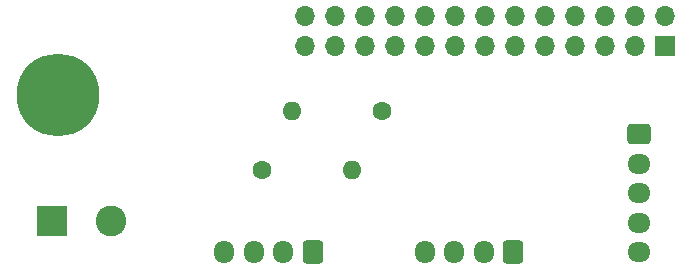
<source format=gbr>
G04 #@! TF.GenerationSoftware,KiCad,Pcbnew,(6.0.5)*
G04 #@! TF.CreationDate,2023-02-01T20:45:18-08:00*
G04 #@! TF.ProjectId,imac_g3_slot_loading_J22_adapter_board,696d6163-5f67-4335-9f73-6c6f745f6c6f,2*
G04 #@! TF.SameCoordinates,Original*
G04 #@! TF.FileFunction,Soldermask,Top*
G04 #@! TF.FilePolarity,Negative*
%FSLAX46Y46*%
G04 Gerber Fmt 4.6, Leading zero omitted, Abs format (unit mm)*
G04 Created by KiCad (PCBNEW (6.0.5)) date 2023-02-01 20:45:18*
%MOMM*%
%LPD*%
G01*
G04 APERTURE LIST*
G04 Aperture macros list*
%AMRoundRect*
0 Rectangle with rounded corners*
0 $1 Rounding radius*
0 $2 $3 $4 $5 $6 $7 $8 $9 X,Y pos of 4 corners*
0 Add a 4 corners polygon primitive as box body*
4,1,4,$2,$3,$4,$5,$6,$7,$8,$9,$2,$3,0*
0 Add four circle primitives for the rounded corners*
1,1,$1+$1,$2,$3*
1,1,$1+$1,$4,$5*
1,1,$1+$1,$6,$7*
1,1,$1+$1,$8,$9*
0 Add four rect primitives between the rounded corners*
20,1,$1+$1,$2,$3,$4,$5,0*
20,1,$1+$1,$4,$5,$6,$7,0*
20,1,$1+$1,$6,$7,$8,$9,0*
20,1,$1+$1,$8,$9,$2,$3,0*%
G04 Aperture macros list end*
%ADD10O,1.600000X1.600000*%
%ADD11C,1.600000*%
%ADD12O,1.950000X1.700000*%
%ADD13RoundRect,0.250000X-0.725000X0.600000X-0.725000X-0.600000X0.725000X-0.600000X0.725000X0.600000X0*%
%ADD14R,1.700000X1.700000*%
%ADD15O,1.700000X1.700000*%
%ADD16O,1.700000X1.950000*%
%ADD17RoundRect,0.250000X0.600000X0.725000X-0.600000X0.725000X-0.600000X-0.725000X0.600000X-0.725000X0*%
%ADD18C,2.600000*%
%ADD19R,2.600000X2.600000*%
%ADD20C,0.800000*%
%ADD21C,7.000000*%
G04 APERTURE END LIST*
D10*
X130020000Y-97440000D03*
D11*
X137640000Y-97440000D03*
D10*
X135060000Y-102440000D03*
D11*
X127440000Y-102440000D03*
D12*
X159380000Y-109368000D03*
X159380000Y-106868000D03*
X159380000Y-104368000D03*
X159380000Y-101868000D03*
D13*
X159380000Y-99368000D03*
D14*
X161544000Y-91948000D03*
D15*
X161544000Y-89408000D03*
X159004000Y-91948000D03*
X159004000Y-89408000D03*
X156464000Y-91948000D03*
X156464000Y-89408000D03*
X153924000Y-91948000D03*
X153924000Y-89408000D03*
X151384000Y-91948000D03*
X151384000Y-89408000D03*
X148844000Y-91948000D03*
X148844000Y-89408000D03*
X146304000Y-91948000D03*
X146304000Y-89408000D03*
X143764000Y-91948000D03*
X143764000Y-89408000D03*
X141224000Y-91948000D03*
X141224000Y-89408000D03*
X138684000Y-91948000D03*
X138684000Y-89408000D03*
X136144000Y-91948000D03*
X136144000Y-89408000D03*
X133604000Y-91948000D03*
X133604000Y-89408000D03*
X131064000Y-91948000D03*
X131064000Y-89408000D03*
D16*
X141250000Y-109360000D03*
X143750000Y-109360000D03*
X146250000Y-109360000D03*
D17*
X148750000Y-109360000D03*
D16*
X124250000Y-109360000D03*
X126750000Y-109360000D03*
X129250000Y-109360000D03*
D17*
X131750000Y-109360000D03*
D18*
X114702000Y-106708000D03*
D19*
X109702000Y-106708000D03*
D20*
X112028155Y-94181845D03*
X110172000Y-93413000D03*
X108315845Y-94181845D03*
X107547000Y-96038000D03*
X108315845Y-97894155D03*
X110172000Y-98663000D03*
X112028155Y-97894155D03*
X112797000Y-96038000D03*
D21*
X110172000Y-96038000D03*
M02*

</source>
